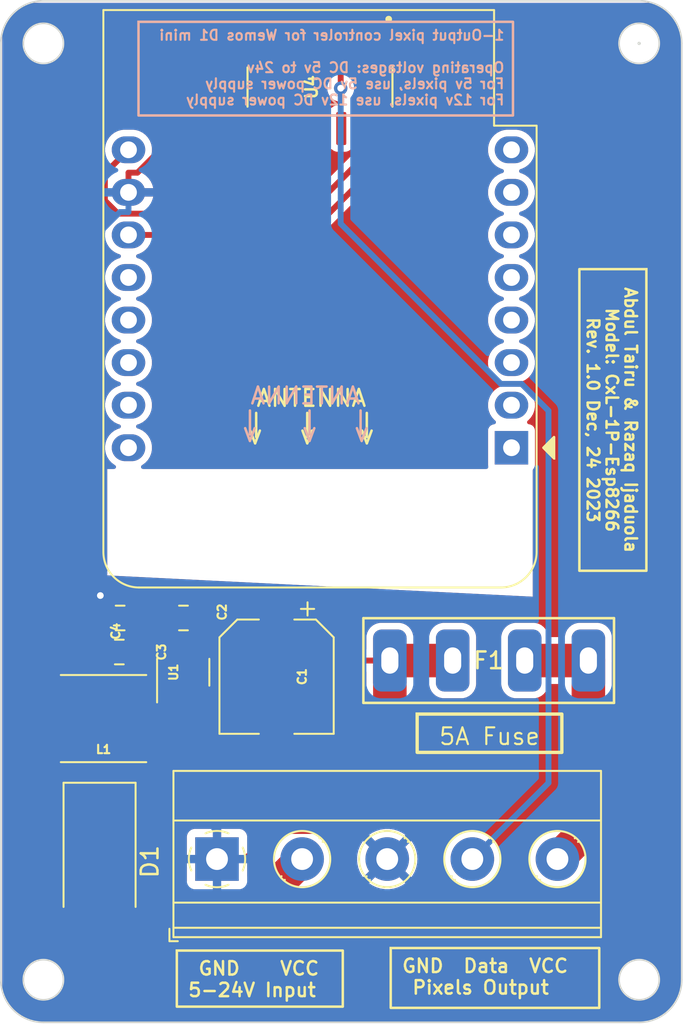
<source format=kicad_pcb>
(kicad_pcb (version 20221018) (generator pcbnew)
  (layers (0 "F.Cu" signal) (31 "B.Cu" signal) (34 "B.Paste" user) (35 "F.Paste" user) (36 "B.SilkS" user "B.Silkscreen") (37 "F.SilkS" user "F.Silkscreen") (38 "B.Mask" user) (39 "F.Mask" user) (44 "Edge.Cuts" user))
  (net 0 "")
  (net 1 "RPP")
  (net 2 "GND")
  (net 3 "Net-(U1-SW)")
  (net 4 "Net-(U1-BST)")
  (net 5 "VOUT")
  (net 6 "VIN")
  (net 7 "3V3")
  (net 8 "Port-1")
  (net 15 "Output-1")
  (net 31 "Net-(JST1-Pin_5)")
  (footprint "Package_TO_SOT_SMD:TSOT-23-6" (layer "F.Cu") (at 116.992469 84.980131 90)
    (fp_text reference "U1" (at 0 -0.574 90) (layer "F.SilkS") (effects (font (size 0.5 0.5) (thickness 0.125))))
    (fp_text value "AP63205WU")
    (fp_line (start 0 -1.56) (end -1.8 -1.56) (stroke (width 0.12)) (layer "F.SilkS"))
    (fp_line (start 0 -1.56) (end 0.8 -1.56) (stroke (width 0.12)) (layer "F.SilkS"))
    (fp_line (start 0 1.56) (end -0.8 1.56) (stroke (width 0.12)) (layer "F.SilkS"))
    (fp_line (start 0 1.56) (end 0.8 1.56) (stroke (width 0.12)) (layer "F.SilkS"))
    (pad "1" smd roundrect (at -1.1375 -0.95 90) (size 1.325 0.6) (layers "F.Cu" "F.Paste" "F.Mask") (net 5 "VOUT"))
    (pad "2" smd roundrect (at -1.1375 0 90) (size 1.325 0.6) (layers "F.Cu" "F.Paste" "F.Mask") (net 1 "RPP"))
    (pad "3" smd roundrect (at -1.1375 0.95 90) (size 1.325 0.6) (layers "F.Cu" "F.Paste" "F.Mask") (net 1 "RPP"))
    (pad "4" smd roundrect (at 1.1375 0.95 90) (size 1.325 0.6) (layers "F.Cu" "F.Paste" "F.Mask") (net 2 "GND"))
    (pad "5" smd roundrect (at 1.1375 0 90) (size 1.325 0.6) (layers "F.Cu" "F.Paste" "F.Mask") (net 3 "Net-(U1-SW)"))
    (pad "6" smd roundrect (at 1.1375 -0.95 90) (size 1.325 0.6) (layers "F.Cu" "F.Paste" "F.Mask") (net 4 "Net-(U1-BST)"))
  )
  (footprint "Diode_SMD:D_SMB_Handsoldering" (layer "F.Cu") (at 111.999669 96.285331 -90)
    (fp_text reference "D1" (at 0 -3 90) (layer "F.SilkS"))
    (fp_text value "STR10100BF")
    (fp_line (start -4.71 -2.15) (end -4.71 2.15) (stroke (width 0.12)) (layer "F.SilkS"))
    (fp_line (start -4.71 -2.15) (end 2.7 -2.15) (stroke (width 0.12)) (layer "F.SilkS"))
    (fp_line (start -4.71 2.15) (end 2.7 2.15) (stroke (width 0.12)) (layer "F.SilkS"))
    (pad "1" smd roundrect (at -2.7 0 270) (size 3.5 2.3) (layers "F.Cu" "F.Paste" "F.Mask") (roundrect_rratio 0.1086956522) (net 1 "RPP"))
    (pad "2" smd roundrect (at 2.7 0 270) (size 3.5 2.3) (layers "F.Cu" "F.Paste" "F.Mask") (roundrect_rratio 0.1086956522) (net 6 "VIN"))
  )
  (footprint "SN74HC125DR:SOIC127P600X175-14N" (layer "F.Cu") (at 125.156769 50.057031 -90)
    (fp_text reference "U4" (at 0.004969 0.51 90) (layer "F.SilkS") (effects (font (size 0.7 0.7))))
    (fp_text value "SN74HC125DR")
    (fp_line (start -1.17 -4.325) (end 1.17 -4.325) (stroke (width 0.127)) (layer "F.SilkS"))
    (fp_line (start -1.17 4.325) (end 1.17 4.325) (stroke (width 0.127)) (layer "F.SilkS"))
    (fp_circle (center -4.05 -4.1) (end -3.95 -4.1) (stroke (width 0.2)) (fill none) (layer "F.SilkS"))
    (pad "1" smd roundrect (at -2.475 -3.81 270) (size 1.97 0.6) (layers "F.Cu" "F.Paste" "F.Mask") (roundrect_rratio 0.15) (net 2 "GND"))
    (pad "2" smd roundrect (at -2.475 -2.54 270) (size 1.97 0.6) (layers "F.Cu" "F.Paste" "F.Mask") (roundrect_rratio 0.15) (net 8 "Port-1"))
    (pad "3" smd roundrect (at -2.475 -1.27 270) (size 1.97 0.6) (layers "F.Cu" "F.Paste" "F.Mask") (roundrect_rratio 0.15) (net 15 "Output-1"))
    (pad "4" smd roundrect (at -2.475 0 270) (size 1.97 0.6) (layers "F.Cu" "F.Paste" "F.Mask") (roundrect_rratio 0.15))
    (pad "5" smd roundrect (at -2.475 1.27 270) (size 1.97 0.6) (layers "F.Cu" "F.Paste" "F.Mask") (roundrect_rratio 0.15))
    (pad "6" smd roundrect (at -2.475 2.54 270) (size 1.97 0.6) (layers "F.Cu" "F.Paste" "F.Mask") (roundrect_rratio 0.15))
    (pad "7" smd roundrect (at -2.475 3.81 270) (size 1.97 0.6) (layers "F.Cu" "F.Paste" "F.Mask") (roundrect_rratio 0.15) (net 2 "GND"))
    (pad "8" smd roundrect (at 2.475 3.81 270) (size 1.97 0.6) (layers "F.Cu" "F.Paste" "F.Mask") (roundrect_rratio 0.15))
    (pad "9" smd roundrect (at 2.475 2.54 270) (size 1.97 0.6) (layers "F.Cu" "F.Paste" "F.Mask") (roundrect_rratio 0.15))
    (pad "10" smd roundrect (at 2.475 1.27 270) (size 1.97 0.6) (layers "F.Cu" "F.Paste" "F.Mask") (roundrect_rratio 0.15))
    (pad "11" smd roundrect (at 2.475 0 270) (size 1.97 0.6) (layers "F.Cu" "F.Paste" "F.Mask") (roundrect_rratio 0.15))
    (pad "12" smd roundrect (at 2.475 -1.27 270) (size 1.97 0.6) (layers "F.Cu" "F.Paste" "F.Mask") (roundrect_rratio 0.15))
    (pad "13" smd roundrect (at 2.475 -2.54 270) (size 1.97 0.6) (layers "F.Cu" "F.Paste" "F.Mask") (roundrect_rratio 0.15))
    (pad "14" smd roundrect (at 2.475 -3.81 270) (size 1.97 0.6) (layers "F.Cu" "F.Paste" "F.Mask") (roundrect_rratio 0.15) (net 5 "VOUT"))
  )
  (footprint "WT32-Fuse-Holder:MCCQ-122_MTC" (layer "F.Cu") (at 141.075869 84.282031 180)
    (fp_text reference "F1" (at 5.850001 0 unlocked) (layer "F.SilkS"))
    (fp_text value "~")
    (fp_line (start -1.630299 -2.5273) (end -1.630299 2.5273) (stroke (width 0.1524)) (layer "F.SilkS"))
    (fp_line (start -1.630299 2.5273) (end 13.330301 2.5273) (stroke (width 0.1524)) (layer "F.SilkS"))
    (fp_line (start 13.330301 -2.5273) (end -1.630299 -2.5273) (stroke (width 0.1524)) (layer "F.SilkS"))
    (fp_line (start 13.330301 2.5273) (end 13.330301 -2.5273) (stroke (width 0.1524)) (layer "F.SilkS"))
    (pad "1" thru_hole roundrect (at -0.1 0 180) (size 2 3.7) (drill oval 1.02 1.57) (layers "*.Cu" "*.Mask") (net 31 "Net-(JST1-Pin_5)"))
    (pad "2" thru_hole roundrect (at 3.7 0 180) (size 2 3.7) (drill oval 1.02 1.57) (layers "*.Cu" "*.Mask") (net 31 "Net-(JST1-Pin_5)"))
    (pad "3" thru_hole roundrect (at 8.000002 0 180) (size 2 3.7) (drill oval 1.02 1.57) (layers "*.Cu" "*.Mask") (net 1 "RPP"))
    (pad "4" thru_hole roundrect (at 11.75 0 180) (size 2 3.7) (drill oval 1.02 1.57) (layers "*.Cu" "*.Mask") (net 1 "RPP"))
  )
  (footprint "Capacitor_SMD:C_0805_2012Metric_Pad1.18x1.45mm_HandSolder" (layer "F.Cu") (at 117.007269 81.742031 180)
    (fp_text reference "C2" (at -2.3075 0.352769 90) (layer "F.SilkS") (effects (font (size 0.5 0.5) (thickness 0.125))))
    (fp_text value "100nF")
    (fp_line (start -0.261252 -0.735) (end 0.261252 -0.735) (stroke (width 0.12)) (layer "F.SilkS"))
    (fp_line (start -0.261252 0.735) (end 0.261252 0.735) (stroke (width 0.12)) (layer "F.SilkS"))
    (pad "1" smd roundrect (at -1.0375 0 180) (size 1.175 1.45) (layers "F.Cu" "F.Paste" "F.Mask") (roundrect_rratio 0.2127659574) (net 3 "Net-(U1-SW)"))
    (pad "2" smd roundrect (at 1.0375 0 180) (size 1.175 1.45) (layers "F.Cu" "F.Paste" "F.Mask") (roundrect_rratio 0.2127659574) (net 4 "Net-(U1-BST)"))
  )
  (footprint "Capacitor_SMD:C_0805_2012Metric_Pad1.18x1.45mm_HandSolder" (layer "F.Cu") (at 113.177769 83.774031 180)
    (fp_text reference "C3" (at -2.5185 0 90) (layer "F.SilkS") (effects (font (size 0.5 0.5) (thickness 0.125))))
    (fp_text value "22uF")
    (fp_line (start -0.261252 -0.735) (end 0.261252 -0.735) (stroke (width 0.12)) (layer "F.SilkS"))
    (fp_line (start -0.261252 0.735) (end 0.261252 0.735) (stroke (width 0.12)) (layer "F.SilkS"))
    (pad "1" smd roundrect (at -1.0375 0 180) (size 1.175 1.45) (layers "F.Cu" "F.Paste" "F.Mask") (roundrect_rratio 0.2127659574) (net 5 "VOUT"))
    (pad "2" smd roundrect (at 1.0375 0 180) (size 1.175 1.45) (layers "F.Cu" "F.Paste" "F.Mask") (roundrect_rratio 0.2127659574) (net 2 "GND"))
  )
  (footprint "Module:WEMOS_D1_mini_light" (layer "F.Cu") (at 136.586769 71.582031 180)
    (fp_text reference "U2" hide)
    (fp_text value "WeMos_D1_mini" hide)
    (fp_line (start -1.5 19.22) (end -1.5 -6.21) (stroke (width 0.12)) (layer "F.SilkS"))
    (fp_line (start -1.5 19.22) (end 1.04 19.22) (stroke (width 0.12)) (layer "F.SilkS"))
    (fp_line (start 1.04 19.22) (end 1.04 26.12) (stroke (width 0.12)) (layer "F.SilkS"))
    (fp_line (start 1.04 26.12) (end 24.36 26.12) (stroke (width 0.12)) (layer "F.SilkS"))
    (fp_line (start 22.24 -8.34) (end 0.63 -8.34) (stroke (width 0.12)) (layer "F.SilkS"))
    (fp_line (start 24.36 26.12) (end 24.36 -6.21) (stroke (width 0.12)) (layer "F.SilkS"))
    (fp_arc (start -1.5 -6.21) (mid -0.876137 -7.716137) (end 0.63 -8.34) (stroke (width 0.12)) (layer "F.SilkS"))
    (fp_arc (start 22.23 -8.34) (mid 23.736137 -7.716137) (end 24.36 -6.21) (stroke (width 0.12)) (layer "F.SilkS"))
    (fp_poly (pts (xy -2.54 -0.635) (xy -2.54 0.635) (xy -1.905 0)) (stroke (width 0.15)) (fill solid) (layer "F.SilkS"))
    (pad "1" thru_hole rect (at 0 0 180) (size 2 2) (drill 1) (layers "*.Cu" "*.Mask"))
    (pad "2" thru_hole oval (at 0 2.54 180) (size 2 1.6) (drill 1) (layers "*.Cu" "*.Mask"))
    (pad "3" thru_hole oval (at 0 5.08 180) (size 2 1.6) (drill 1) (layers "*.Cu" "*.Mask"))
    (pad "4" thru_hole oval (at 0 7.62 180) (size 2 1.6) (drill 1) (layers "*.Cu" "*.Mask"))
    (pad "5" thru_hole oval (at 0 10.16 180) (size 2 1.6) (drill 1) (layers "*.Cu" "*.Mask"))
    (pad "6" thru_hole oval (at 0 12.7 180) (size 2 1.6) (drill 1) (layers "*.Cu" "*.Mask"))
    (pad "7" thru_hole oval (at 0 15.24 180) (size 2 1.6) (drill 1) (layers "*.Cu" "*.Mask"))
    (pad "8" thru_hole oval (at 0 17.78 180) (size 2 1.6) (drill 1) (layers "*.Cu" "*.Mask") (net 7 "3V3"))
    (pad "9" thru_hole oval (at 22.86 17.78 180) (size 2 1.6) (drill 1) (layers "*.Cu" "*.Mask") (net 5 "VOUT"))
    (pad "10" thru_hole oval (at 22.86 15.24 180) (size 2 1.6) (drill 1) (layers "*.Cu" "*.Mask") (net 2 "GND"))
    (pad "11" thru_hole oval (at 22.86 12.7 180) (size 2 1.6) (drill 1) (layers "*.Cu" "*.Mask") (net 8 "Port-1"))
    (pad "12" thru_hole oval (at 22.86 10.16 180) (size 2 1.6) (drill 1) (layers "*.Cu" "*.Mask"))
    (pad "13" thru_hole oval (at 22.86 7.62 180) (size 2 1.6) (drill 1) (layers "*.Cu" "*.Mask"))
    (pad "14" thru_hole oval (at 22.86 5.08 180) (size 2 1.6) (drill 1) (layers "*.Cu" "*.Mask"))
    (pad "15" thru_hole oval (at 22.86 2.54 180) (size 2 1.6) (drill 1) (layers "*.Cu" "*.Mask"))
    (pad "16" thru_hole oval (at 22.86 0 180) (size 2 1.6) (drill 1) (layers "*.Cu" "*.Mask"))
  )
  (footprint "Inductor_SMD:L_Taiyo-Yuden_MD-5050" (layer "F.Cu") (at 112.236169 87.746031 180)
    (fp_text reference "L1" (at 0 -1.84) (layer "F.SilkS") (effects (font (size 0.5 0.5) (thickness 0.125))))
    (fp_text value "4.7uH")
    (fp_line (start -2.55 -2.6) (end 2.55 -2.6) (stroke (width 0.12)) (layer "F.SilkS"))
    (fp_line (start -2.55 2.6) (end 2.55 2.6) (stroke (width 0.12)) (layer "F.SilkS"))
    (pad "1" smd rect (at -1.8 0 180) (size 1.5 4.2) (layers "F.Cu" "F.Paste" "F.Mask") (net 3 "Net-(U1-SW)"))
    (pad "2" smd rect (at 1.8 0 180) (size 1.5 4.2) (layers "F.Cu" "F.Paste" "F.Mask") (net 5 "VOUT"))
  )
  (footprint "Capacitor_SMD:CP_Elec_6.3x5.4" (layer "F.Cu") (at 122.565369 85.244631 -90)
    (fp_text reference "C1" (at 0 -1.524 90) (layer "F.SilkS") (effects (font (size 0.5 0.5) (thickness 0.125))))
    (fp_text value "100uF")
    (fp_line (start -4.4375 -1.8475) (end -3.65 -1.8475) (stroke (width 0.12)) (layer "F.SilkS"))
    (fp_line (start -4.04375 -2.24125) (end -4.04375 -1.45375) (stroke (width 0.12)) (layer "F.SilkS"))
    (fp_line (start -3.41 -2.345563) (end -3.41 -1.06) (stroke (width 0.12)) (layer "F.SilkS"))
    (fp_line (start -3.41 -2.345563) (end -2.345563 -3.41) (stroke (width 0.12)) (layer "F.SilkS"))
    (fp_line (start -3.41 2.345563) (end -3.41 1.06) (stroke (width 0.12)) (layer "F.SilkS"))
    (fp_line (start -3.41 2.345563) (end -2.345563 3.41) (stroke (width 0.12)) (layer "F.SilkS"))
    (fp_line (start -2.345563 -3.41) (end 3.41 -3.41) (stroke (width 0.12)) (layer "F.SilkS"))
    (fp_line (start -2.345563 3.41) (end 3.41 3.41) (stroke (width 0.12)) (layer "F.SilkS"))
    (fp_line (start 3.41 -3.41) (end 3.41 -1.06) (stroke (width 0.12)) (layer "F.SilkS"))
    (fp_line (start 3.41 3.41) (end 3.41 1.06) (stroke (width 0.12)) (layer "F.SilkS"))
    (pad "1" smd roundrect (at -2.8 0 270) (size 3.5 1.6) (layers "F.Cu" "F.Paste" "F.Mask") (roundrect_rratio 0.15625) (net 1 "RPP"))
    (pad "2" smd roundrect (at 2.8 0 270) (size 3.5 1.6) (layers "F.Cu" "F.Paste" "F.Mask") (roundrect_rratio 0.15625) (net 2 "GND"))
  )
  (footprint "Capacitor_SMD:C_0805_2012Metric_Pad1.18x1.45mm_HandSolder" (layer "F.Cu") (at 113.228069 81.742031 180)
    (fp_text reference "C4" (at 0.26338 -0.791872 90) (layer "F.SilkS") (effects (font (size 0.5 0.5) (thickness 0.125))))
    (fp_text value "22uF")
    (fp_line (start -0.261252 -0.735) (end 0.261252 -0.735) (stroke (width 0.12)) (layer "F.SilkS"))
    (fp_line (start -0.261252 0.735) (end 0.261252 0.735) (stroke (width 0.12)) (layer "F.SilkS"))
    (pad "1" smd roundrect (at -1.0375 0 180) (size 1.175 1.45) (layers "F.Cu" "F.Paste" "F.Mask") (roundrect_rratio 0.2127659574) (net 5 "VOUT"))
    (pad "2" smd roundrect (at 1.0375 0 180) (size 1.175 1.45) (layers "F.Cu" "F.Paste" "F.Mask") (roundrect_rratio 0.2127659574) (net 2 "GND"))
  )
  (footprint "TerminalBlock_Phoenix:TerminalBlock_Phoenix_MKDS-1,5-5-5.08_1x05_P5.08mm_Horizontal" (layer "F.Cu") (at 119.009569 96.129931)
    (fp_text reference "JST1" hide)
    (fp_text value "Output 1")
    (fp_line (start -2.84 4.16) (end -2.84 4.9) (stroke (width 0.12)) (layer "F.SilkS"))
    (fp_line (start -2.84 4.9) (end -2.34 4.9) (stroke (width 0.12)) (layer "F.SilkS"))
    (fp_line (start -2.6 -5.261) (end -2.6 4.66) (stroke (width 0.12)) (layer "F.SilkS"))
    (fp_line (start -2.6 -5.261) (end 22.92 -5.261) (stroke (width 0.12)) (layer "F.SilkS"))
    (fp_line (start -2.6 -2.301) (end 22.92 -2.301) (stroke (width 0.12)) (layer "F.SilkS"))
    (fp_line (start -2.6 2.6) (end 22.92 2.6) (stroke (width 0.12)) (layer "F.SilkS"))
    (fp_line (start -2.6 4.1) (end 22.92 4.1) (stroke (width 0.12)) (layer "F.SilkS"))
    (fp_line (start -2.6 4.66) (end 22.92 4.66) (stroke (width 0.12)) (layer "F.SilkS"))
    (fp_line (start 3.853 1.023) (end 3.806 1.069) (stroke (width 0.12)) (layer "F.SilkS"))
    (fp_line (start 4.046 1.239) (end 4.011 1.274) (stroke (width 0.12)) (layer "F.SilkS"))
    (fp_line (start 6.15 -1.275) (end 6.115 -1.239) (stroke (width 0.12)) (layer "F.SilkS"))
    (fp_line (start 6.355 -1.069) (end 6.308 -1.023) (stroke (width 0.12)) (layer "F.SilkS"))
    (fp_line (start 8.933 1.023) (end 8.886 1.069) (stroke (width 0.12)) (layer "F.SilkS"))
    (fp_line (start 9.126 1.239) (end 9.091 1.274) (stroke (width 0.12)) (layer "F.SilkS"))
    (fp_line (start 11.23 -1.275) (end 11.195 -1.239) (stroke (width 0.12)) (layer "F.SilkS"))
    (fp_line (start 11.435 -1.069) (end 11.388 -1.023) (stroke (width 0.12)) (layer "F.SilkS"))
    (fp_line (start 14.013 1.023) (end 13.966 1.069) (stroke (width 0.12)) (layer "F.SilkS"))
    (fp_line (start 14.206 1.239) (end 14.171 1.274) (stroke (width 0.12)) (layer "F.SilkS"))
    (fp_line (start 16.31 -1.275) (end 16.275 -1.239) (stroke (width 0.12)) (layer "F.SilkS"))
    (fp_line (start 16.515 -1.069) (end 16.468 -1.023) (stroke (width 0.12)) (layer "F.SilkS"))
    (fp_line (start 19.093 1.023) (end 19.046 1.069) (stroke (width 0.12)) (layer "F.SilkS"))
    (fp_line (start 19.286 1.239) (end 19.251 1.274) (stroke (width 0.12)) (layer "F.SilkS"))
    (fp_line (start 21.39 -1.275) (end 21.355 -1.239) (stroke (width 0.12)) (layer "F.SilkS"))
    (fp_line (start 21.595 -1.069) (end 21.548 -1.023) (stroke (width 0.12)) (layer "F.SilkS"))
    (fp_line (start 22.92 -5.261) (end 22.92 4.66) (stroke (width 0.12)) (layer "F.SilkS"))
    (fp_arc (start -1.535427 0.683042) (mid -1.680501 -0.000524) (end -1.535 -0.684) (stroke (width 0.12)) (layer "F.SilkS"))
    (fp_arc (start -0.683042 -1.535427) (mid 0.000524 -1.680501) (end 0.684 -1.535) (stroke (width 0.12)) (layer "F.SilkS"))
    (fp_arc (start 0.028805 1.680253) (mid -0.335551 1.646659) (end -0.684 1.535) (stroke (width 0.12)) (layer "F.SilkS"))
    (fp_arc (start 0.683318 1.534756) (mid 0.349292 1.643288) (end 0 1.68) (stroke (width 0.12)) (layer "F.SilkS"))
    (fp_arc (start 1.535427 -0.683042) (mid 1.680501 0.000524) (end 1.535 0.684) (stroke (width 0.12)) (layer "F.SilkS"))
    (fp_circle (center 5.08 0) (end 6.76 0) (stroke (width 0.12)) (fill none) (layer "F.SilkS"))
    (fp_circle (center 10.16 0) (end 11.84 0) (stroke (width 0.12)) (fill none) (layer "F.SilkS"))
    (fp_circle (center 15.24 0) (end 16.92 0) (stroke (width 0.12)) (fill none) (layer "F.SilkS"))
    (fp_circle (center 20.32 0) (end 22 0) (stroke (width 0.12)) (fill none) (layer "F.SilkS"))
    (pad "1" thru_hole rect (at 0 0) (size 2.6 2.6) (drill 1.3) (layers "*.Cu" "*.Mask") (net 2 "GND"))
    (pad "2" thru_hole circle (at 5.08 0) (size 2.6 2.6) (drill 1.3) (layers "*.Cu" "*.Mask") (net 6 "VIN"))
    (pad "3" thru_hole circle (at 10.16 0) (size 2.6 2.6) (drill 1.3) (layers "*.Cu" "*.Mask") (net 2 "GND"))
    (pad "4" thru_hole circle (at 15.24 0) (size 2.6 2.6) (drill 1.3) (layers "*.Cu" "*.Mask") (net 15 "Output-1"))
    (pad "5" thru_hole circle (at 20.32 0) (size 2.6 2.6) (drill 1.3) (layers "*.Cu" "*.Mask") (net 31 "Net-(JST1-Pin_5)"))
  )
  (gr_line (start 146.746738 47.452031) (end 146.746738 103.332031) (stroke (width 0.1)) (layer "Edge.Cuts"))
  (gr_circle (center 108.646738 47.452031) (end 109.846738 47.452031) (stroke (width 0.1)) (fill none) (layer "Edge.Cuts"))
  (gr_circle (center 144.206738 103.332031) (end 145.406738 103.332031) (stroke (width 0.1)) (fill none) (layer "Edge.Cuts"))
  (gr_circle (center 144.206738 47.452031) (end 145.406738 47.452031) (stroke (width 0.1)) (fill none) (layer "Edge.Cuts"))
  (gr_arc (start 144.206738 44.912031) (mid 146.002774 45.655975) (end 146.746738 47.452031) (stroke (width 0.1)) (layer "Edge.Cuts"))
  (gr_circle (center 144.206738 47.452031) (end 144.206738 47.452031) (stroke (width 0.1)) (fill none) (layer "Edge.Cuts"))
  (gr_circle (center 108.646738 103.332031) (end 109.846738 103.332031) (stroke (width 0.1)) (fill none) (layer "Edge.Cuts"))
  (gr_arc (start 146.746738 103.332031) (mid 146.002793 105.128107) (end 144.206738 105.872031) (stroke (width 0.1)) (layer "Edge.Cuts"))
  (gr_arc (start 106.106738 47.452031) (mid 106.850691 45.656004) (end 108.646738 44.912031) (stroke (width 0.1)) (layer "Edge.Cuts"))
  (gr_arc (start 108.646738 105.872031) (mid 106.850671 105.128077) (end 106.106738 103.332031) (stroke (width 0.1)) (layer "Edge.Cuts"))
  (gr_line (start 144.206738 105.872031) (end 108.646738 105.872031) (stroke (width 0.1)) (layer "Edge.Cuts"))
  (gr_line (start 106.106738 103.332031) (end 106.106738 47.452031) (stroke (width 0.1)) (layer "Edge.Cuts"))
  (gr_line (start 108.646738 44.912031) (end 144.206738 44.912031) (stroke (width 0.1)) (layer "Edge.Cuts"))
  (gr_text "ANTENNA" (at 127.646769 69.062) (layer "B.SilkS") (effects (font (size 1 1)) (justify left bottom mirror)))
  (gr_text "|" (at 128.154769 70.586) (layer "B.SilkS") (effects (font (size 1 1)) (justify left bottom mirror)))
  (gr_text "|" (at 121.550769 70.586) (layer "B.SilkS") (effects (font (size 1 1)) (justify left bottom mirror)))
  (gr_text "|" (at 125.106769 70.586) (layer "B.SilkS") (effects (font (size 1 1)) (justify left bottom mirror)))
  (gr_text ">" (at 125.042018 70.078 90) (layer "B.SilkS") (effects (font (size 1 1)) (justify left bottom mirror)))
  (gr_text ">" (at 121.486018 70.078 90) (layer "B.SilkS") (effects (font (size 1 1)) (justify left bottom mirror)))
  (gr_text ">" (at 128.154769 70.078 90) (layer "B.SilkS") (effects (font (size 1 1)) (justify left bottom mirror)))
  (gr_text "|" (at 123.820022 70.730553) (layer "F.SilkS") (effects (font (size 1 1)) (justify left bottom)))
  (gr_text ">" (at 127.440773 70.222553 -90) (layer "F.SilkS") (effects (font (size 1 1)) (justify left bottom)))
  (gr_text "|" (at 120.772022 70.730553) (layer "F.SilkS") (effects (font (size 1 1)) (justify left bottom)))
  (gr_text "ANTENNA" (at 121.280022 69.206553) (layer "F.SilkS") (effects (font (size 1 1)) (justify left bottom)))
  (gr_text "|" (at 127.376022 70.730553) (layer "F.SilkS") (effects (font (size 1 1)) (justify left bottom)))
  (gr_text ">" (at 123.884773 70.222553 -90) (layer "F.SilkS") (effects (font (size 1 1)) (justify left bottom)))
  (gr_text ">" (at 120.772022 70.222553 -90) (layer "F.SilkS") (effects (font (size 1 1)) (justify left bottom)))
  (gr_text_box "1-Output pixel controler for Wemos D1 mini\n\nOperating voltages: DC 5v to 24v\nFor 5v pixels, use 5v DC power supply\nFor 12v pixels, use 12v DC power supply" (start 114.323695 46.164451) (end 136.675695 51.752451) (layer "B.SilkS") (effects (font (size 0.6 0.6) (thickness 0.125)) (justify left top mirror)) (stroke (width 0.15)))
  (gr_text_box "GND  Data  VCC\n Pixels Output" (start 129.378341 101.43866) (end 141.824341 105.010012) (angle 360) (layer "F.SilkS") (effects (font (size 0.8 0.8)) (justify left top)) (stroke (width 0.15)))
  (gr_text_box " GND    VCC\n5-24V Input" (start 116.611352 101.590781) (end 126.517352 104.936509) (angle 360) (layer "F.SilkS") (effects (font (size 0.8 0.8)) (justify left top)) (stroke (width 0.15)))
  (gr_text_box "Abdul Tairu & Razaq Ijaduola\nModel: CxL-1P-Esp8266\nRev. 1.0 Dec, 24 2023" (start 144.637947 60.923816) (end 140.637947 78.923816) (angle 270) (layer "F.SilkS") (effects (font (size 0.7 0.7)) (justify top)) (stroke (width 0.15)))
  (gr_text_box "5A Fuse" (start 130.956769 87.477034) (end 139.592769 89.763034) (angle 360) (layer "F.SilkS") (effects (font (size 1 1) (thickness 0.125) bold) (justify top)) (stroke (width 0.2)))
  (segment (start 113.818969 91.766231) (end 117.494769 91.766231) (width 2) (layer "F.Cu") (net 1))
  (segment (start 129.050769 91.766231) (end 129.325869 91.491231) (width 2) (layer "F.Cu") (net 1))
  (segment (start 129.325869 84.282031) (end 124.402769 84.282031) (width 0.35) (layer "F.Cu") (net 1))
  (segment (start 133.075869 84.282031) (end 133.075869 84.282231) (width 0.35) (layer "F.Cu") (net 1))
  (segment (start 117.494769 86.565331) (end 117.942469 86.117631) (width 0.35) (layer "F.Cu") (net 1))
  (segment (start 129.325869 91.491231) (end 129.325869 84.282231) (width 2) (layer "F.Cu") (net 1))
  (segment (start 129.325869 84.282231) (end 133.075869 84.282231) (width 2) (layer "F.Cu") (net 1))
  (segment (start 111.999669 93.585331) (end 111.999669 93.585231) (width 0.35) (layer "F.Cu") (net 1))
  (segment (start 111.999669 93.585231) (end 113.818969 91.766231) (width 2) (layer "F.Cu") (net 1))
  (segment (start 117.494769 91.766231) (end 129.050769 91.766231) (width 2) (layer "F.Cu") (net 1))
  (segment (start 117.494769 91.766231) (end 117.494769 86.565331) (width 0.35) (layer "F.Cu") (net 1))
  (segment (start 129.325869 84.282231) (end 129.325869 84.282031) (width 0.35) (layer "F.Cu") (net 1))
  (segment (start 117.440169 86.565331) (end 116.992469 86.117631) (width 0.35) (layer "F.Cu") (net 1))
  (segment (start 117.494769 86.565331) (end 117.440169 86.565331) (width 0.35) (layer "F.Cu") (net 1))
  (segment (start 124.402769 84.282031) (end 122.565369 82.444631) (width 0.35) (layer "F.Cu") (net 1))
  (segment (start 121.346769 48.080731) (end 121.346769 47.582031) (width 0.35) (layer "F.Cu") (net 2))
  (segment (start 121.346769 47.582031) (end 121.346769 47.088331) (width 0.35) (layer "F.Cu") (net 2))
  (segment (start 129.169569 96.129931) (end 127.494269 94.454631) (width 0.35) (layer "F.Cu") (net 2))
  (segment (start 128.094569 46.176131) (end 128.966769 47.048331) (width 0.35) (layer "F.Cu") (net 2))
  (segment (start 127.494269 94.454631) (end 122.360169 94.454631) (width 0.35) (layer "F.Cu") (net 2))
  (segment (start 119.029169 83.176831) (end 118.363369 83.842631) (width 0.35) (layer "F.Cu") (net 2))
  (segment (start 119.029169 80.977431) (end 119.029169 83.176831) (width 0.35) (layer "F.Cu") (net 2))
  (segment (start 118.629869 80.578131) (end 119.029169 80.977431) (width 0.35) (layer "F.Cu") (net 2))
  (segment (start 112.190569 81.742031) (end 112.190569 80.578131) (width 0.35) (layer "F.Cu") (net 2))
  (segment (start 121.346769 47.088331) (end 122.258969 46.176131) (width 0.35) (layer "F.Cu") (net 2))
  (segment (start 113.726769 56.342031) (end 113.726769 55.166731) (width 0.35) (layer "F.Cu") (net 2))
  (segment (start 114.260769 55.166731) (end 121.346769 48.080731) (width 0.35) (layer "F.Cu") (net 2))
  (segment (start 112.190569 80.547931) (end 112.046069 80.403431) (width 0.35) (layer "F.Cu") (net 2))
  (segment (start 122.565369 88.044631) (end 118.363369 83.842631) (width 0.35) (layer "F.Cu") (net 2))
  (segment (start 118.363369 83.842631) (end 117.942469 83.842631) (width 0.35) (layer "F.Cu") (net 2))
  (segment (start 119.009569 96.129931) (end 120.684869 96.129931) (width 0.35) (layer "F.Cu") (net 2))
  (segment (start 122.258969 46.176131) (end 128.094569 46.176131) (width 0.35) (layer "F.Cu") (net 2))
  (segment (start 122.360169 94.454631) (end 120.684869 96.129931) (width 0.35) (layer "F.Cu") (net 2))
  (segment (start 128.966769 47.048331) (end 128.966769 47.582031) (width 0.35) (layer "F.Cu") (net 2))
  (segment (start 112.140269 81.792331) (end 112.190569 81.742031) (width 0.35) (layer "F.Cu") (net 2))
  (segment (start 112.140269 83.774031) (end 112.140269 81.792331) (width 0.35) (layer "F.Cu") (net 2))
  (segment (start 113.726769 55.166731) (end 114.260769 55.166731) (width 0.35) (layer "F.Cu") (net 2))
  (segment (start 112.190569 80.578131) (end 112.190569 80.547931) (width 0.35) (layer "F.Cu") (net 2))
  (segment (start 112.190569 80.578131) (end 118.629869 80.578131) (width 0.35) (layer "F.Cu") (net 2))
  (via (at 112.046069 80.403431) (size 0.8) (drill 0.4) (layers "F.Cu" "B.Cu") (net 2))
  (segment (start 112.046069 80.403431) (end 112.046069 87.491131) (width 0.35) (layer "B.Cu") (net 2))
  (segment (start 113.726769 56.342031) (end 113.726769 57.517331) (width 0.35) (layer "B.Cu") (net 2))
  (segment (start 113.212569 57.517331) (end 112.046069 58.683831) (width 0.35) (layer "B.Cu") (net 2))
  (segment (start 113.726769 57.517331) (end 113.212569 57.517331) (width 0.35) (layer "B.Cu") (net 2))
  (segment (start 112.046069 87.491131) (end 119.009569 94.454631) (width 0.35) (layer "B.Cu") (net 2))
  (segment (start 112.046069 58.683831) (end 112.046069 80.403431) (width 0.35) (layer "B.Cu") (net 2))
  (segment (start 119.009569 96.129931) (end 119.009569 94.454631) (width 0.35) (layer "B.Cu") (net 2))
  (segment (start 118.044769 81.742031) (end 116.992469 82.794331) (width 0.35) (layer "F.Cu") (net 3))
  (segment (start 114.363169 84.943731) (end 116.408269 84.943731) (width 0.35) (layer "F.Cu") (net 3))
  (segment (start 116.408269 84.943731) (end 116.992469 84.359531) (width 0.35) (layer "F.Cu") (net 3))
  (segment (start 116.992469 84.359531) (end 116.992469 83.842631) (width 0.35) (layer "F.Cu") (net 3))
  (segment (start 114.036169 87.746031) (end 114.036169 85.270731) (width 0.35) (layer "F.Cu") (net 3))
  (segment (start 116.992469 82.794331) (end 116.992469 83.842631) (width 0.35) (layer "F.Cu") (net 3))
  (segment (start 114.036169 85.270731) (end 114.363169 84.943731) (width 0.35) (layer "F.Cu") (net 3))
  (segment (start 115.969769 83.769931) (end 116.042469 83.842631) (width 0.35) (layer "F.Cu") (net 4))
  (segment (start 115.969769 81.742031) (end 115.969769 83.769931) (width 0.35) (layer "F.Cu") (net 4))
  (segment (start 113.100769 57.612031) (end 111.160869 59.551931) (width 0.35) (layer "F.Cu") (net 5))
  (segment (start 124.390069 57.612031) (end 128.966769 53.035331) (width 0.35) (layer "F.Cu") (net 5))
  (segment (start 111.561469 87.746031) (end 111.561469 84.943931) (width 0.35) (layer "F.Cu") (net 5))
  (segment (start 111.160869 59.551931) (end 111.160869 84.543331) (width 0.35) (layer "F.Cu") (net 5))
  (segment (start 111.160869 84.543331) (end 111.561469 84.943931) (width 0.35) (layer "F.Cu") (net 5))
  (segment (start 112.317169 55.211631) (end 112.317169 56.828431) (width 0.35) (layer "F.Cu") (net 5))
  (segment (start 115.033269 90.221431) (end 113.108469 90.221431) (width 0.35) (layer "F.Cu") (net 5))
  (segment (start 113.100769 57.612031) (end 124.390069 57.612031) (width 0.35) (layer "F.Cu") (net 5))
  (segment (start 116.042469 89.212231) (end 115.033269 90.221431) (width 0.35) (layer "F.Cu") (net 5))
  (segment (start 112.317169 56.828431) (end 113.100769 57.612031) (width 0.35) (layer "F.Cu") (net 5))
  (segment (start 114.215269 83.774031) (end 114.215269 81.792331) (width 0.35) (layer "F.Cu") (net 5))
  (segment (start 111.561469 84.943931) (end 113.045369 84.943931) (width 0.35) (layer "F.Cu") (net 5))
  (segment (start 128.966769 53.035331) (end 128.966769 52.532031) (width 0.35) (layer "F.Cu") (net 5))
  (segment (start 113.045369 84.943931) (end 114.215269 83.774031) (width 0.35) (layer "F.Cu") (net 5))
  (segment (start 113.726769 53.802031) (end 112.317169 55.211631) (width 0.35) (layer "F.Cu") (net 5))
  (segment (start 116.042469 86.117631) (end 116.042469 89.212231) (width 0.35) (layer "F.Cu") (net 5))
  (segment (start 113.108469 90.221431) (end 111.561469 88.674431) (width 0.35) (layer "F.Cu") (net 5))
  (segment (start 110.436169 87.746031) (end 111.561469 87.746031) (width 0.35) (layer "F.Cu") (net 5))
  (segment (start 111.561469 88.674431) (end 111.561469 87.746031) (width 0.35) (layer "F.Cu") (net 5))
  (segment (start 114.215269 81.792331) (end 114.265569 81.742031) (width 0.35) (layer "F.Cu") (net 5))
  (segment (start 114.804469 98.985331) (end 111.999669 98.985331) (width 0.35) (layer "F.Cu") (net 6))
  (segment (start 124.089569 96.129931) (end 124.089569 96.130231) (width 0.35) (layer "F.Cu") (net 6))
  (segment (start 114.804569 98.985231) (end 114.804469 98.985331) (width 0.35) (layer "F.Cu") (net 6))
  (segment (start 121.234169 98.985231) (end 124.089569 96.130231) (width 2) (layer "F.Cu") (net 6))
  (segment (start 111.999669 98.985231) (end 114.804569 98.985231) (width 2) (layer "F.Cu") (net 6))
  (segment (start 114.804569 98.985231) (end 121.234169 98.985231) (width 2) (layer "F.Cu") (net 6))
  (segment (start 113.726769 58.882031) (end 124.401869 58.882031) (width 0.35) (layer "F.Cu") (net 8))
  (segment (start 127.696769 48.085031) (end 127.696769 47.582031) (width 0.35) (layer "F.Cu") (net 8))
  (segment (start 124.401869 58.882031) (end 129.650969 53.632931) (width 0.35) (layer "F.Cu") (net 8))
  (segment (start 129.650969 50.039231) (end 127.696769 48.085031) (width 0.35) (layer "F.Cu") (net 8))
  (segment (start 129.650969 53.632931) (end 129.650969 50.039231) (width 0.35) (layer "F.Cu") (net 8))
  (segment (start 126.391569 47.617231) (end 126.426769 47.582031) (width 0.35) (layer "F.Cu") (net 15))
  (segment (start 126.391569 50.126231) (end 126.391569 47.617231) (width 0.35) (layer "F.Cu") (net 15))
  (via (at 126.391569 50.126231) (size 0.8) (drill 0.4) (layers "F.Cu" "B.Cu") (net 15))
  (segment (start 134.249569 96.129931) (end 138.795669 91.583831) (width 0.35) (layer "B.Cu") (net 15))
  (segment (start 138.795669 69.374731) (end 137.192969 67.772031) (width 0.35) (layer "B.Cu") (net 15))
  (segment (start 135.954369 67.772031) (end 126.391569 58.209231) (width 0.35) (layer "B.Cu") (net 15))
  (segment (start 138.795669 91.583831) (end 138.795669 69.374731) (width 0.35) (layer "B.Cu") (net 15))
  (segment (start 126.391569 58.209231) (end 126.391569 50.126231) (width 0.35) (layer "B.Cu") (net 15))
  (segment (start 137.192969 67.772031) (end 135.954369 67.772031) (width 0.35) (layer "B.Cu") (net 15))
  (segment (start 137.375869 84.282031) (end 137.375869 84.282231) (width 0.35) (layer "F.Cu") (net 31))
  (segment (start 141.175869 84.282231) (end 141.175869 94.283231) (width 2) (layer "F.Cu") (net 31))
  (segment (start 141.175869 84.282031) (end 141.175869 84.282231) (width 0.35) (layer "F.Cu") (net 31))
  (segment (start 139.329669 96.130031) (end 139.329569 96.130231) (width 2) (layer "F.Cu") (net 31))
  (segment (start 141.175869 94.283231) (end 139.329669 96.130031) (width 2) (layer "F.Cu") (net 31))
  (segment (start 139.329569 96.129931) (end 139.329669 96.130031) (width 0.35) (layer "F.Cu") (net 31))
  (segment (start 137.375869 84.282231) (end 141.175869 84.282231) (width 2) (layer "F.Cu") (net 31))
  (zone (net 0) (net_name "") (layers "F&B.Cu") (connect_pads (clearance 0)) (min_thickness 0.25)
    (keepout (tracks not_allowed) (vias not_allowed) (pads not_allowed) (copperpour not_allowed) (footprints not_allowed))
    (fill (thermal_gap 0.5) (thermal_bridge_width 0.5))
    (polygon (pts (xy 112.456738 72.852031) (xy 137.856738 72.852031) (xy 137.856738 80.472031) (xy 112.456738 79.202031)))
  )
  (zone (net 2) (net_name "GND") (layers "F&B.Cu") (connect_pads (clearance 0.4)) (min_thickness 0.25) (fill yes (thermal_gap 0.5) (thermal_bridge_width 0.5))
    (polygon (pts (xy 146.830769 45.03) (xy 146.830769 105.99) (xy 106.190769 105.99) (xy 106.190769 45.03)))
  )
)
</source>
